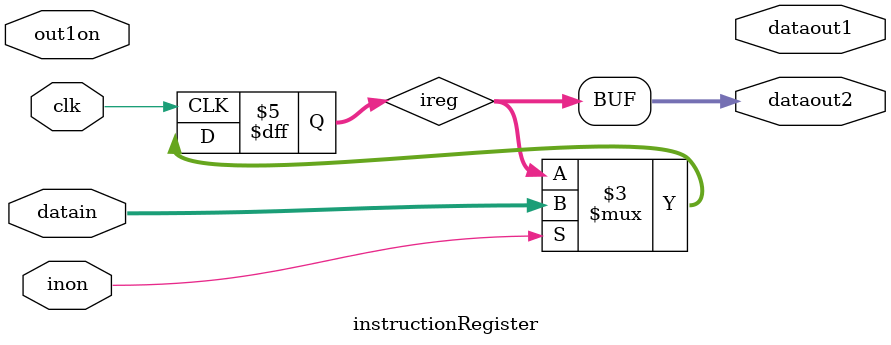
<source format=v>
module instructionRegister (
  input clk,
  input inon,
  input out1on,
  input [31:0] datain,
  output [31:0] dataout1, // b bus
  output [31:0] dataout2 // instruction decoder
);

  assign dataou1 = out1on ? ireg : 32'bz;
  assign dataout2 = ireg;

  reg [31:0] ireg;
  always @ (posedge clk) begin
    if (inon) ireg <= datain;
  end
endmodule
</source>
